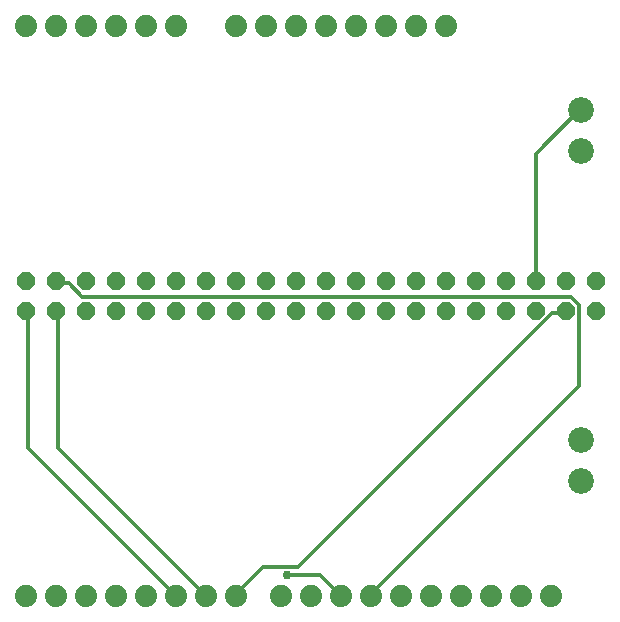
<source format=gbr>
G04 EAGLE Gerber RS-274X export*
G75*
%MOMM*%
%FSLAX34Y34*%
%LPD*%
%INBottom Copper*%
%IPPOS*%
%AMOC8*
5,1,8,0,0,1.08239X$1,22.5*%
G01*
%ADD10C,1.879600*%
%ADD11P,1.649562X8X22.500000*%
%ADD12C,2.184400*%
%ADD13C,0.304800*%
%ADD14C,0.756400*%


D10*
X330200Y622300D03*
X304800Y622300D03*
X279400Y622300D03*
X254000Y622300D03*
X228600Y622300D03*
X203200Y622300D03*
X152400Y622300D03*
X127000Y622300D03*
X101600Y622300D03*
X76200Y622300D03*
X50800Y622300D03*
X25400Y622300D03*
X25400Y139700D03*
X50800Y139700D03*
X76200Y139700D03*
X101600Y139700D03*
X127000Y139700D03*
X152400Y139700D03*
X177800Y139700D03*
X203200Y139700D03*
X241300Y139700D03*
X266700Y139700D03*
X292100Y139700D03*
X317500Y139700D03*
X342900Y139700D03*
X368300Y139700D03*
X393700Y139700D03*
X419100Y139700D03*
X444500Y139700D03*
X469900Y139700D03*
X355600Y622300D03*
X381000Y622300D03*
D11*
X25400Y381000D03*
X25400Y406400D03*
X50800Y381000D03*
X50800Y406400D03*
X76200Y381000D03*
X76200Y406400D03*
X101600Y381000D03*
X101600Y406400D03*
X127000Y381000D03*
X127000Y406400D03*
X152400Y381000D03*
X152400Y406400D03*
X177800Y381000D03*
X177800Y406400D03*
X203200Y381000D03*
X203200Y406400D03*
X228600Y381000D03*
X228600Y406400D03*
X254000Y381000D03*
X254000Y406400D03*
X279400Y381000D03*
X279400Y406400D03*
X304800Y381000D03*
X304800Y406400D03*
X330200Y381000D03*
X330200Y406400D03*
X355600Y381000D03*
X355600Y406400D03*
X381000Y381000D03*
X381000Y406400D03*
X406400Y381000D03*
X406400Y406400D03*
X431800Y381000D03*
X431800Y406400D03*
X457200Y381000D03*
X457200Y406400D03*
X482600Y381000D03*
X482600Y406400D03*
X508000Y381000D03*
X508000Y406400D03*
D12*
X495300Y551400D03*
X495300Y516400D03*
X495300Y272000D03*
X495300Y237000D03*
D13*
X27432Y265176D02*
X27432Y379476D01*
X27432Y265176D02*
X150876Y141732D01*
X27432Y379476D02*
X25400Y381000D01*
X150876Y141732D02*
X152400Y139700D01*
X52578Y265176D02*
X52578Y379476D01*
X52578Y265176D02*
X176022Y141732D01*
X52578Y379476D02*
X50800Y381000D01*
X176022Y141732D02*
X177800Y139700D01*
X61722Y404622D02*
X52578Y404622D01*
X61722Y404622D02*
X73152Y393192D01*
X486918Y393192D01*
X493776Y386334D01*
X493776Y317754D01*
X317754Y141732D01*
X52578Y404622D02*
X50800Y406400D01*
X317754Y141732D02*
X317500Y139700D01*
X274320Y157734D02*
X246888Y157734D01*
X274320Y157734D02*
X290322Y141732D01*
X292100Y139700D01*
D14*
X246888Y157734D03*
D13*
X470916Y379476D02*
X482346Y379476D01*
X470916Y379476D02*
X256032Y164592D01*
X226314Y164592D01*
X203454Y141732D01*
X482346Y379476D02*
X482600Y381000D01*
X203454Y141732D02*
X203200Y139700D01*
X457200Y406400D02*
X457200Y514350D01*
X493776Y550926D01*
X495300Y551400D01*
M02*

</source>
